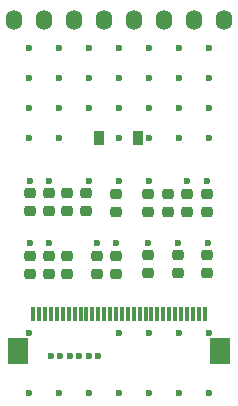
<source format=gbr>
%TF.GenerationSoftware,KiCad,Pcbnew,(6.0.6)*%
%TF.CreationDate,2022-07-16T21:02:27+02:00*%
%TF.ProjectId,epd,6570642e-6b69-4636-9164-5f7063625858,rev?*%
%TF.SameCoordinates,Original*%
%TF.FileFunction,Soldermask,Bot*%
%TF.FilePolarity,Negative*%
%FSLAX46Y46*%
G04 Gerber Fmt 4.6, Leading zero omitted, Abs format (unit mm)*
G04 Created by KiCad (PCBNEW (6.0.6)) date 2022-07-16 21:02:27*
%MOMM*%
%LPD*%
G01*
G04 APERTURE LIST*
G04 Aperture macros list*
%AMRoundRect*
0 Rectangle with rounded corners*
0 $1 Rounding radius*
0 $2 $3 $4 $5 $6 $7 $8 $9 X,Y pos of 4 corners*
0 Add a 4 corners polygon primitive as box body*
4,1,4,$2,$3,$4,$5,$6,$7,$8,$9,$2,$3,0*
0 Add four circle primitives for the rounded corners*
1,1,$1+$1,$2,$3*
1,1,$1+$1,$4,$5*
1,1,$1+$1,$6,$7*
1,1,$1+$1,$8,$9*
0 Add four rect primitives between the rounded corners*
20,1,$1+$1,$2,$3,$4,$5,0*
20,1,$1+$1,$4,$5,$6,$7,0*
20,1,$1+$1,$6,$7,$8,$9,0*
20,1,$1+$1,$8,$9,$2,$3,0*%
G04 Aperture macros list end*
%ADD10RoundRect,0.225000X-0.250000X0.225000X-0.250000X-0.225000X0.250000X-0.225000X0.250000X0.225000X0*%
%ADD11R,0.900000X1.200000*%
%ADD12RoundRect,0.225000X0.250000X-0.225000X0.250000X0.225000X-0.250000X0.225000X-0.250000X-0.225000X0*%
%ADD13R,0.300000X1.300000*%
%ADD14R,1.800000X2.200000*%
%ADD15O,1.400000X1.700000*%
%ADD16C,0.600000*%
G04 APERTURE END LIST*
D10*
%TO.C,C14*%
X162712320Y-90224772D03*
X162712320Y-91774772D03*
%TD*%
%TO.C,C10*%
X157492320Y-85049772D03*
X157492320Y-86599772D03*
%TD*%
D11*
%TO.C,D1*%
X159334200Y-80340200D03*
X156034200Y-80340200D03*
%TD*%
D10*
%TO.C,C8*%
X154992320Y-84999772D03*
X154992320Y-86549772D03*
%TD*%
D12*
%TO.C,C13*%
X161862320Y-86599772D03*
X161862320Y-85049772D03*
%TD*%
%TO.C,C1*%
X151792320Y-91849772D03*
X151792320Y-90299772D03*
%TD*%
D10*
%TO.C,C9*%
X155892320Y-90299772D03*
X155892320Y-91849772D03*
%TD*%
D12*
%TO.C,C5*%
X150192320Y-91849772D03*
X150192320Y-90299772D03*
%TD*%
D10*
%TO.C,C12*%
X160212320Y-90249772D03*
X160212320Y-91799772D03*
%TD*%
%TO.C,C7*%
X153392320Y-84999772D03*
X153392320Y-86549772D03*
%TD*%
D12*
%TO.C,C11*%
X160212320Y-86599772D03*
X160212320Y-85049772D03*
%TD*%
D10*
%TO.C,C2*%
X150192320Y-85000088D03*
X150192320Y-86550088D03*
%TD*%
%TO.C,C3*%
X151792320Y-85000088D03*
X151792320Y-86550088D03*
%TD*%
%TO.C,C6*%
X153392320Y-90299772D03*
X153392320Y-91849772D03*
%TD*%
%TO.C,C4*%
X157492320Y-90299772D03*
X157492320Y-91849772D03*
%TD*%
D13*
%TO.C,J1*%
X165000000Y-95200000D03*
X164500000Y-95200000D03*
X164000000Y-95200000D03*
X163500000Y-95200000D03*
X163000000Y-95200000D03*
X162500000Y-95200000D03*
X162000000Y-95200000D03*
X161500000Y-95200000D03*
X161000000Y-95200000D03*
X160500000Y-95200000D03*
X160000000Y-95200000D03*
X159500000Y-95200000D03*
X159000000Y-95200000D03*
X158500000Y-95200000D03*
X158000000Y-95200000D03*
X157500000Y-95200000D03*
X157000000Y-95200000D03*
X156500000Y-95200000D03*
X156000000Y-95200000D03*
X155500000Y-95200000D03*
X155000000Y-95200000D03*
X154500000Y-95200000D03*
X154000000Y-95200000D03*
X153500000Y-95200000D03*
X153000000Y-95200000D03*
X152500000Y-95200000D03*
X152000000Y-95200000D03*
X151500000Y-95200000D03*
X151000000Y-95200000D03*
X150500000Y-95200000D03*
D14*
X149200000Y-98400000D03*
X166300000Y-98400000D03*
%TD*%
D10*
%TO.C,C16*%
X165212320Y-85049772D03*
X165212320Y-86599772D03*
%TD*%
%TO.C,C17*%
X165212320Y-90199772D03*
X165212320Y-91749772D03*
%TD*%
%TO.C,C15*%
X163512320Y-85049772D03*
X163512320Y-86599772D03*
%TD*%
D15*
%TO.C,J2*%
X148860000Y-70300000D03*
X151400000Y-70300000D03*
X153940000Y-70300000D03*
X156480000Y-70300000D03*
X159020000Y-70300000D03*
X161560000Y-70300000D03*
X164100000Y-70300000D03*
X166640000Y-70300000D03*
%TD*%
D16*
X162830000Y-77780000D03*
X162830000Y-75240000D03*
X165370000Y-77780000D03*
X150130000Y-72700000D03*
X165370000Y-72700000D03*
X162737800Y-89200000D03*
X160290000Y-80320000D03*
X162830000Y-101900000D03*
X157750000Y-75240000D03*
X152670000Y-101900000D03*
X150190200Y-89204800D03*
X160223200Y-89204800D03*
X162830000Y-80320000D03*
X152670000Y-80320000D03*
X155210000Y-75240000D03*
X165370000Y-96820000D03*
X165227000Y-83950000D03*
X165370000Y-75240000D03*
X152670000Y-77780000D03*
X160290000Y-83950000D03*
X160290000Y-101900000D03*
X157750000Y-77780000D03*
X152670000Y-72700000D03*
X155879800Y-89204800D03*
X155210000Y-77780000D03*
X157750000Y-83950000D03*
X162830000Y-72700000D03*
X163525200Y-83947000D03*
X155210000Y-72700000D03*
X150190200Y-83950000D03*
X157750000Y-101900000D03*
X155210000Y-83950000D03*
X165370000Y-80320000D03*
X150130000Y-75240000D03*
X157505400Y-89204800D03*
X150130000Y-80320000D03*
X155210000Y-101900000D03*
X150130000Y-96820000D03*
X162830000Y-96820000D03*
X165303200Y-89200000D03*
X160290000Y-75240000D03*
X151790400Y-89204800D03*
X157750000Y-96820000D03*
X152670000Y-75240000D03*
X150130000Y-101900000D03*
X160290000Y-96820000D03*
X151790400Y-83947000D03*
X165370000Y-101900000D03*
X157750000Y-72700000D03*
X150130000Y-77780000D03*
X160290000Y-72700000D03*
X160290000Y-77780000D03*
X157750000Y-80320000D03*
X152000000Y-98825000D03*
X152800000Y-98825000D03*
X153600000Y-98825000D03*
X154400000Y-98825000D03*
X155200000Y-98825000D03*
X156000000Y-98825000D03*
M02*

</source>
